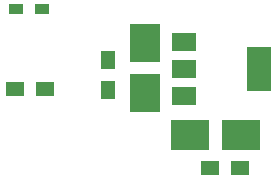
<source format=gtp>
G04 #@! TF.GenerationSoftware,KiCad,Pcbnew,5.0.0-fee4fd1~66~ubuntu16.04.1*
G04 #@! TF.CreationDate,2018-08-08T16:17:55+03:00*
G04 #@! TF.ProjectId,rpi_zero_ws2812,7270695F7A65726F5F7773323831322E,rev?*
G04 #@! TF.SameCoordinates,Original*
G04 #@! TF.FileFunction,Paste,Top*
G04 #@! TF.FilePolarity,Positive*
%FSLAX46Y46*%
G04 Gerber Fmt 4.6, Leading zero omitted, Abs format (unit mm)*
G04 Created by KiCad (PCBNEW 5.0.0-fee4fd1~66~ubuntu16.04.1) date Wed Aug  8 16:17:55 2018*
%MOMM*%
%LPD*%
G01*
G04 APERTURE LIST*
%ADD10R,1.500000X1.250000*%
%ADD11R,3.200000X2.500000*%
%ADD12R,2.500000X3.200000*%
%ADD13R,1.250000X1.500000*%
%ADD14R,2.000000X1.500000*%
%ADD15R,2.000000X3.800000*%
%ADD16R,1.200000X0.900000*%
G04 APERTURE END LIST*
D10*
G04 #@! TO.C,C3*
X142911880Y-99959420D03*
X145411880Y-99959420D03*
G04 #@! TD*
D11*
G04 #@! TO.C,C4*
X145511880Y-97159420D03*
X141211880Y-97159420D03*
G04 #@! TD*
D12*
G04 #@! TO.C,C5*
X137361880Y-93609420D03*
X137361880Y-89309420D03*
G04 #@! TD*
D13*
G04 #@! TO.C,C6*
X134261880Y-90809420D03*
X134261880Y-93309420D03*
G04 #@! TD*
D14*
G04 #@! TO.C,U2*
X140711880Y-89259420D03*
X140711880Y-93859420D03*
X140711880Y-91559420D03*
D15*
X147011880Y-91559420D03*
G04 #@! TD*
D10*
G04 #@! TO.C,C7*
X126411880Y-93259420D03*
X128911880Y-93259420D03*
G04 #@! TD*
D16*
G04 #@! TO.C,R11*
X126461880Y-86509420D03*
X128661880Y-86509420D03*
G04 #@! TD*
M02*

</source>
